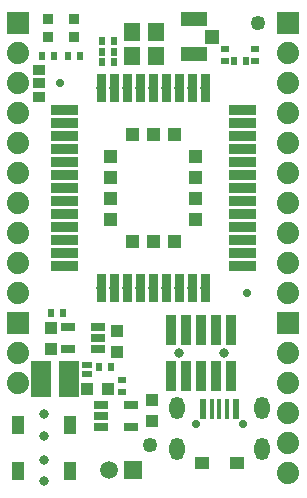
<source format=gbr>
G04 #@! TF.GenerationSoftware,KiCad,Pcbnew,6.0.0-unknown-d4e9ddc~100~ubuntu18.04.1*
G04 #@! TF.CreationDate,2019-08-02T11:15:37+03:00*
G04 #@! TF.ProjectId,NB-IoT-DevKit_Rev_B,4e422d49-6f54-42d4-9465-764b69745f52,B*
G04 #@! TF.SameCoordinates,Original*
G04 #@! TF.FileFunction,Soldermask,Top*
G04 #@! TF.FilePolarity,Negative*
%FSLAX46Y46*%
G04 Gerber Fmt 4.6, Leading zero omitted, Abs format (unit mm)*
G04 Created by KiCad (PCBNEW 6.0.0-unknown-d4e9ddc~100~ubuntu18.04.1) date 2019-08-02 11:15:37*
%MOMM*%
%LPD*%
G04 APERTURE LIST*
%ADD10R,1.001600X1.601600*%
%ADD11C,0.801600*%
%ADD12R,1.117600X0.863600*%
%ADD13R,0.863600X0.609600*%
%ADD14C,0.100000*%
%ADD15C,1.101600*%
%ADD16C,0.701600*%
%ADD17R,0.861600X2.501600*%
%ADD18C,1.879600*%
%ADD19R,1.879600X1.879600*%
%ADD20C,1.501600*%
%ADD21R,1.501600X1.501600*%
%ADD22R,1.151600X1.151600*%
%ADD23R,2.301600X1.151600*%
%ADD24R,0.601600X1.751600*%
%ADD25R,0.426600X1.751600*%
%ADD26R,1.201600X1.101600*%
%ADD27O,1.301600X1.901600*%
%ADD28R,1.701600X3.101600*%
%ADD29R,1.117600X1.117600*%
%ADD30R,0.651600X0.601600*%
%ADD31R,1.371600X1.625600*%
%ADD32R,0.601600X0.651600*%
%ADD33R,0.901600X0.901600*%
%ADD34C,1.254000*%
%ADD35R,1.301600X0.651600*%
G04 APERTURE END LIST*
D10*
X132062000Y-96266000D03*
X136416000Y-96266000D03*
D11*
X134239000Y-95366000D03*
X134239000Y-97166000D03*
D12*
X133858000Y-68453000D03*
X133858000Y-67310000D03*
X133858000Y-66167000D03*
D13*
X137922000Y-91948000D03*
X137922000Y-91186000D03*
D11*
X135975000Y-69600000D03*
D14*
G36*
X137150800Y-69199200D02*
G01*
X137150800Y-70000800D01*
X134799200Y-70000800D01*
X134799200Y-69199200D01*
X137150800Y-69199200D01*
X137150800Y-69199200D01*
G37*
D11*
X135975000Y-70700000D03*
D14*
G36*
X137150800Y-70299200D02*
G01*
X137150800Y-71100800D01*
X134799200Y-71100800D01*
X134799200Y-70299200D01*
X137150800Y-70299200D01*
X137150800Y-70299200D01*
G37*
D11*
X135975000Y-71800000D03*
D14*
G36*
X137150800Y-71399200D02*
G01*
X137150800Y-72200800D01*
X134799200Y-72200800D01*
X134799200Y-71399200D01*
X137150800Y-71399200D01*
X137150800Y-71399200D01*
G37*
D11*
X135975000Y-72900000D03*
D14*
G36*
X137150800Y-72499200D02*
G01*
X137150800Y-73300800D01*
X134799200Y-73300800D01*
X134799200Y-72499200D01*
X137150800Y-72499200D01*
X137150800Y-72499200D01*
G37*
D11*
X135975000Y-74000000D03*
D14*
G36*
X137150800Y-73599200D02*
G01*
X137150800Y-74400800D01*
X134799200Y-74400800D01*
X134799200Y-73599200D01*
X137150800Y-73599200D01*
X137150800Y-73599200D01*
G37*
D11*
X135975000Y-75100000D03*
D14*
G36*
X137150800Y-74699200D02*
G01*
X137150800Y-75500800D01*
X134799200Y-75500800D01*
X134799200Y-74699200D01*
X137150800Y-74699200D01*
X137150800Y-74699200D01*
G37*
D11*
X139110000Y-67725000D03*
D14*
G36*
X139510800Y-68900800D02*
G01*
X138709200Y-68900800D01*
X138709200Y-66549200D01*
X139510800Y-66549200D01*
X139510800Y-68900800D01*
X139510800Y-68900800D01*
G37*
D11*
X140210000Y-67725000D03*
D14*
G36*
X140610800Y-68900800D02*
G01*
X139809200Y-68900800D01*
X139809200Y-66549200D01*
X140610800Y-66549200D01*
X140610800Y-68900800D01*
X140610800Y-68900800D01*
G37*
D11*
X141310000Y-67725000D03*
D14*
G36*
X141710800Y-68900800D02*
G01*
X140909200Y-68900800D01*
X140909200Y-66549200D01*
X141710800Y-66549200D01*
X141710800Y-68900800D01*
X141710800Y-68900800D01*
G37*
D11*
X142410000Y-67725000D03*
D14*
G36*
X142810800Y-68900800D02*
G01*
X142009200Y-68900800D01*
X142009200Y-66549200D01*
X142810800Y-66549200D01*
X142810800Y-68900800D01*
X142810800Y-68900800D01*
G37*
D11*
X143510000Y-67725000D03*
D14*
G36*
X143910800Y-68900800D02*
G01*
X143109200Y-68900800D01*
X143109200Y-66549200D01*
X143910800Y-66549200D01*
X143910800Y-68900800D01*
X143910800Y-68900800D01*
G37*
D11*
X144610000Y-67725000D03*
D14*
G36*
X145010800Y-68900800D02*
G01*
X144209200Y-68900800D01*
X144209200Y-66549200D01*
X145010800Y-66549200D01*
X145010800Y-68900800D01*
X145010800Y-68900800D01*
G37*
D11*
X145710000Y-67725000D03*
D14*
G36*
X146110800Y-68900800D02*
G01*
X145309200Y-68900800D01*
X145309200Y-66549200D01*
X146110800Y-66549200D01*
X146110800Y-68900800D01*
X146110800Y-68900800D01*
G37*
D11*
X146810000Y-67725000D03*
D14*
G36*
X147210800Y-68900800D02*
G01*
X146409200Y-68900800D01*
X146409200Y-66549200D01*
X147210800Y-66549200D01*
X147210800Y-68900800D01*
X147210800Y-68900800D01*
G37*
D11*
X147910000Y-67725000D03*
D14*
G36*
X148310800Y-68900800D02*
G01*
X147509200Y-68900800D01*
X147509200Y-66549200D01*
X148310800Y-66549200D01*
X148310800Y-68900800D01*
X148310800Y-68900800D01*
G37*
D11*
X151045000Y-69600000D03*
D14*
G36*
X149869200Y-70000800D02*
G01*
X149869200Y-69199200D01*
X152220800Y-69199200D01*
X152220800Y-70000800D01*
X149869200Y-70000800D01*
X149869200Y-70000800D01*
G37*
D11*
X151045000Y-70700000D03*
D14*
G36*
X149869200Y-71100800D02*
G01*
X149869200Y-70299200D01*
X152220800Y-70299200D01*
X152220800Y-71100800D01*
X149869200Y-71100800D01*
X149869200Y-71100800D01*
G37*
D11*
X151045000Y-71800000D03*
D14*
G36*
X149869200Y-72200800D02*
G01*
X149869200Y-71399200D01*
X152220800Y-71399200D01*
X152220800Y-72200800D01*
X149869200Y-72200800D01*
X149869200Y-72200800D01*
G37*
D11*
X151045000Y-72900000D03*
D14*
G36*
X149869200Y-73300800D02*
G01*
X149869200Y-72499200D01*
X152220800Y-72499200D01*
X152220800Y-73300800D01*
X149869200Y-73300800D01*
X149869200Y-73300800D01*
G37*
D11*
X151045000Y-74000000D03*
D14*
G36*
X149869200Y-74400800D02*
G01*
X149869200Y-73599200D01*
X152220800Y-73599200D01*
X152220800Y-74400800D01*
X149869200Y-74400800D01*
X149869200Y-74400800D01*
G37*
D11*
X151045000Y-75100000D03*
D14*
G36*
X149869200Y-75500800D02*
G01*
X149869200Y-74699200D01*
X152220800Y-74699200D01*
X152220800Y-75500800D01*
X149869200Y-75500800D01*
X149869200Y-75500800D01*
G37*
D11*
X151045000Y-76200000D03*
D14*
G36*
X149869200Y-76600800D02*
G01*
X149869200Y-75799200D01*
X152220800Y-75799200D01*
X152220800Y-76600800D01*
X149869200Y-76600800D01*
X149869200Y-76600800D01*
G37*
D11*
X151045000Y-77300000D03*
D14*
G36*
X149869200Y-77700800D02*
G01*
X149869200Y-76899200D01*
X152220800Y-76899200D01*
X152220800Y-77700800D01*
X149869200Y-77700800D01*
X149869200Y-77700800D01*
G37*
D11*
X151045000Y-78400000D03*
D14*
G36*
X149869200Y-78800800D02*
G01*
X149869200Y-77999200D01*
X152220800Y-77999200D01*
X152220800Y-78800800D01*
X149869200Y-78800800D01*
X149869200Y-78800800D01*
G37*
D11*
X151045000Y-79500000D03*
D14*
G36*
X149869200Y-79900800D02*
G01*
X149869200Y-79099200D01*
X152220800Y-79099200D01*
X152220800Y-79900800D01*
X149869200Y-79900800D01*
X149869200Y-79900800D01*
G37*
D11*
X151045000Y-80600000D03*
D14*
G36*
X149869200Y-81000800D02*
G01*
X149869200Y-80199200D01*
X152220800Y-80199200D01*
X152220800Y-81000800D01*
X149869200Y-81000800D01*
X149869200Y-81000800D01*
G37*
D11*
X151045000Y-81700000D03*
D14*
G36*
X149869200Y-82100800D02*
G01*
X149869200Y-81299200D01*
X152220800Y-81299200D01*
X152220800Y-82100800D01*
X149869200Y-82100800D01*
X149869200Y-82100800D01*
G37*
D11*
X151045000Y-82800000D03*
D14*
G36*
X149869200Y-83200800D02*
G01*
X149869200Y-82399200D01*
X152220800Y-82399200D01*
X152220800Y-83200800D01*
X149869200Y-83200800D01*
X149869200Y-83200800D01*
G37*
D11*
X147910000Y-84675000D03*
D14*
G36*
X148310800Y-85850800D02*
G01*
X147509200Y-85850800D01*
X147509200Y-83499200D01*
X148310800Y-83499200D01*
X148310800Y-85850800D01*
X148310800Y-85850800D01*
G37*
D11*
X146810000Y-84675000D03*
D14*
G36*
X147210800Y-85850800D02*
G01*
X146409200Y-85850800D01*
X146409200Y-83499200D01*
X147210800Y-83499200D01*
X147210800Y-85850800D01*
X147210800Y-85850800D01*
G37*
D11*
X145710000Y-84675000D03*
D14*
G36*
X146110800Y-85850800D02*
G01*
X145309200Y-85850800D01*
X145309200Y-83499200D01*
X146110800Y-83499200D01*
X146110800Y-85850800D01*
X146110800Y-85850800D01*
G37*
D11*
X144610000Y-84675000D03*
D14*
G36*
X145010800Y-85850800D02*
G01*
X144209200Y-85850800D01*
X144209200Y-83499200D01*
X145010800Y-83499200D01*
X145010800Y-85850800D01*
X145010800Y-85850800D01*
G37*
D11*
X143510000Y-84675000D03*
D14*
G36*
X143910800Y-85850800D02*
G01*
X143109200Y-85850800D01*
X143109200Y-83499200D01*
X143910800Y-83499200D01*
X143910800Y-85850800D01*
X143910800Y-85850800D01*
G37*
D11*
X142410000Y-84675000D03*
D14*
G36*
X142810800Y-85850800D02*
G01*
X142009200Y-85850800D01*
X142009200Y-83499200D01*
X142810800Y-83499200D01*
X142810800Y-85850800D01*
X142810800Y-85850800D01*
G37*
D11*
X141310000Y-84675000D03*
D14*
G36*
X141710800Y-85850800D02*
G01*
X140909200Y-85850800D01*
X140909200Y-83499200D01*
X141710800Y-83499200D01*
X141710800Y-85850800D01*
X141710800Y-85850800D01*
G37*
D11*
X135975000Y-76200000D03*
D14*
G36*
X134799200Y-76600800D02*
G01*
X134799200Y-75799200D01*
X137150800Y-75799200D01*
X137150800Y-76600800D01*
X134799200Y-76600800D01*
X134799200Y-76600800D01*
G37*
D11*
X135975000Y-77300000D03*
D14*
G36*
X134799200Y-77700800D02*
G01*
X134799200Y-76899200D01*
X137150800Y-76899200D01*
X137150800Y-77700800D01*
X134799200Y-77700800D01*
X134799200Y-77700800D01*
G37*
D11*
X135975000Y-78400000D03*
D14*
G36*
X134799200Y-78800800D02*
G01*
X134799200Y-77999200D01*
X137150800Y-77999200D01*
X137150800Y-78800800D01*
X134799200Y-78800800D01*
X134799200Y-78800800D01*
G37*
D11*
X135975000Y-79500000D03*
D14*
G36*
X134799200Y-79900800D02*
G01*
X134799200Y-79099200D01*
X137150800Y-79099200D01*
X137150800Y-79900800D01*
X134799200Y-79900800D01*
X134799200Y-79900800D01*
G37*
D11*
X135975000Y-80600000D03*
D14*
G36*
X134799200Y-81000800D02*
G01*
X134799200Y-80199200D01*
X137150800Y-80199200D01*
X137150800Y-81000800D01*
X134799200Y-81000800D01*
X134799200Y-81000800D01*
G37*
D11*
X135975000Y-81700000D03*
D14*
G36*
X134799200Y-82100800D02*
G01*
X134799200Y-81299200D01*
X137150800Y-81299200D01*
X137150800Y-82100800D01*
X134799200Y-82100800D01*
X134799200Y-82100800D01*
G37*
D11*
X135975000Y-82800000D03*
D14*
G36*
X134799200Y-83200800D02*
G01*
X134799200Y-82399200D01*
X137150800Y-82399200D01*
X137150800Y-83200800D01*
X134799200Y-83200800D01*
X134799200Y-83200800D01*
G37*
D11*
X139110000Y-84675000D03*
D14*
G36*
X139510800Y-85850800D02*
G01*
X138709200Y-85850800D01*
X138709200Y-83499200D01*
X139510800Y-83499200D01*
X139510800Y-85850800D01*
X139510800Y-85850800D01*
G37*
D11*
X140210000Y-84675000D03*
D14*
G36*
X140610800Y-85850800D02*
G01*
X139809200Y-85850800D01*
X139809200Y-83499200D01*
X140610800Y-83499200D01*
X140610800Y-85850800D01*
X140610800Y-85850800D01*
G37*
D15*
X139910000Y-73500000D03*
D14*
G36*
X140460800Y-72949200D02*
G01*
X140460800Y-74050800D01*
X139359200Y-74050800D01*
X139359200Y-72949200D01*
X140460800Y-72949200D01*
X140460800Y-72949200D01*
G37*
D15*
X139910000Y-75300000D03*
D14*
G36*
X140460800Y-74749200D02*
G01*
X140460800Y-75850800D01*
X139359200Y-75850800D01*
X139359200Y-74749200D01*
X140460800Y-74749200D01*
X140460800Y-74749200D01*
G37*
D15*
X139910000Y-77100000D03*
D14*
G36*
X140460800Y-76549200D02*
G01*
X140460800Y-77650800D01*
X139359200Y-77650800D01*
X139359200Y-76549200D01*
X140460800Y-76549200D01*
X140460800Y-76549200D01*
G37*
D15*
X139910000Y-78900000D03*
D14*
G36*
X140460800Y-78349200D02*
G01*
X140460800Y-79450800D01*
X139359200Y-79450800D01*
X139359200Y-78349200D01*
X140460800Y-78349200D01*
X140460800Y-78349200D01*
G37*
D15*
X141710000Y-80700000D03*
D14*
G36*
X142260800Y-80149200D02*
G01*
X142260800Y-81250800D01*
X141159200Y-81250800D01*
X141159200Y-80149200D01*
X142260800Y-80149200D01*
X142260800Y-80149200D01*
G37*
D15*
X143510000Y-80700000D03*
D14*
G36*
X144060800Y-80149200D02*
G01*
X144060800Y-81250800D01*
X142959200Y-81250800D01*
X142959200Y-80149200D01*
X144060800Y-80149200D01*
X144060800Y-80149200D01*
G37*
D15*
X145310000Y-80700000D03*
D14*
G36*
X145860800Y-80149200D02*
G01*
X145860800Y-81250800D01*
X144759200Y-81250800D01*
X144759200Y-80149200D01*
X145860800Y-80149200D01*
X145860800Y-80149200D01*
G37*
D15*
X147110000Y-78900000D03*
D14*
G36*
X147660800Y-78349200D02*
G01*
X147660800Y-79450800D01*
X146559200Y-79450800D01*
X146559200Y-78349200D01*
X147660800Y-78349200D01*
X147660800Y-78349200D01*
G37*
D15*
X147110000Y-77100000D03*
D14*
G36*
X147660800Y-76549200D02*
G01*
X147660800Y-77650800D01*
X146559200Y-77650800D01*
X146559200Y-76549200D01*
X147660800Y-76549200D01*
X147660800Y-76549200D01*
G37*
D15*
X147110000Y-75300000D03*
D14*
G36*
X147660800Y-74749200D02*
G01*
X147660800Y-75850800D01*
X146559200Y-75850800D01*
X146559200Y-74749200D01*
X147660800Y-74749200D01*
X147660800Y-74749200D01*
G37*
D15*
X147110000Y-73500000D03*
D14*
G36*
X147660800Y-72949200D02*
G01*
X147660800Y-74050800D01*
X146559200Y-74050800D01*
X146559200Y-72949200D01*
X147660800Y-72949200D01*
X147660800Y-72949200D01*
G37*
D15*
X145310000Y-71700000D03*
D14*
G36*
X145860800Y-71149200D02*
G01*
X145860800Y-72250800D01*
X144759200Y-72250800D01*
X144759200Y-71149200D01*
X145860800Y-71149200D01*
X145860800Y-71149200D01*
G37*
D15*
X143510000Y-71700000D03*
D14*
G36*
X144060800Y-71149200D02*
G01*
X144060800Y-72250800D01*
X142959200Y-72250800D01*
X142959200Y-71149200D01*
X144060800Y-71149200D01*
X144060800Y-71149200D01*
G37*
D15*
X141710000Y-71700000D03*
D14*
G36*
X142260800Y-71149200D02*
G01*
X142260800Y-72250800D01*
X141159200Y-72250800D01*
X141159200Y-71149200D01*
X142260800Y-71149200D01*
X142260800Y-71149200D01*
G37*
D16*
X135560000Y-67350000D03*
X151460000Y-85050000D03*
D11*
X145669000Y-90170000D03*
X149479000Y-90170000D03*
D17*
X146304000Y-88219500D03*
X147574000Y-88219500D03*
X150114000Y-88219500D03*
X148844000Y-88219500D03*
X145034000Y-88219500D03*
X150114000Y-92120500D03*
X148844000Y-92120500D03*
X147574000Y-92120500D03*
X146304000Y-92120500D03*
X145034000Y-92120500D03*
D18*
X154940000Y-69850000D03*
X154940000Y-67310000D03*
X154940000Y-64770000D03*
D19*
X154940000Y-62230000D03*
D18*
X154940000Y-72390000D03*
X154940000Y-74930000D03*
X154940000Y-80010000D03*
X154940000Y-77470000D03*
X154940000Y-82550000D03*
X154940000Y-85090000D03*
X154940000Y-95250000D03*
X154940000Y-92710000D03*
X154940000Y-90170000D03*
D19*
X154940000Y-87630000D03*
D18*
X154940000Y-97790000D03*
X154940000Y-100330000D03*
X132080000Y-92710000D03*
X132080000Y-90170000D03*
D19*
X132080000Y-87630000D03*
D18*
X132080000Y-69850000D03*
X132080000Y-67310000D03*
X132080000Y-64770000D03*
D19*
X132080000Y-62230000D03*
D18*
X132080000Y-72390000D03*
X132080000Y-74930000D03*
X132080000Y-80010000D03*
X132080000Y-77470000D03*
X132080000Y-82550000D03*
X132080000Y-85090000D03*
D20*
X139715240Y-100058220D03*
D21*
X141744700Y-100055680D03*
D22*
X148439000Y-63373000D03*
D23*
X146939000Y-61873000D03*
X146939000Y-64873000D03*
D24*
X147710500Y-94894000D03*
D25*
X148448000Y-94894000D03*
X149098000Y-94894000D03*
X149748000Y-94894000D03*
D24*
X150485500Y-94894000D03*
D16*
X147098000Y-96144000D03*
X151098000Y-96144000D03*
D26*
X147598000Y-99444000D03*
X150598000Y-99444000D03*
D27*
X145498000Y-98294000D03*
X145498000Y-94824000D03*
X152698000Y-94824000D03*
X152698000Y-98294000D03*
D28*
X136391500Y-92329000D03*
X133991500Y-92329000D03*
D29*
X143383000Y-94107000D03*
X143383000Y-95885000D03*
X139700000Y-93218000D03*
X137922000Y-93218000D03*
D30*
X149606000Y-65405000D03*
X149606000Y-64389000D03*
X152146000Y-65405000D03*
X152146000Y-64389000D03*
D31*
X143763999Y-65024000D03*
X141731999Y-65024000D03*
X143764000Y-62992000D03*
X141732000Y-62992000D03*
D32*
X139192001Y-65532000D03*
X140208001Y-65532000D03*
X139192000Y-64643001D03*
X140208000Y-64643001D03*
X139192000Y-63754000D03*
X140208000Y-63754000D03*
D29*
X140462000Y-88265000D03*
X140462000Y-90043000D03*
X134874000Y-88011000D03*
X134874000Y-89789000D03*
D33*
X134620000Y-63373000D03*
X134620000Y-61849000D03*
D34*
X152400000Y-62230000D03*
X143256000Y-97917000D03*
D32*
X150368000Y-65405000D03*
X151384000Y-65405000D03*
D33*
X136779000Y-63373000D03*
X136779000Y-61849000D03*
D10*
X132062000Y-100139500D03*
X136416000Y-100139500D03*
D11*
X134239000Y-99239500D03*
X134239000Y-101039500D03*
D32*
X135128000Y-65024000D03*
X134112000Y-65024000D03*
X138938000Y-91376500D03*
X139954000Y-91376500D03*
D30*
X140843000Y-93472000D03*
X140843000Y-92456000D03*
D32*
X137287000Y-65024000D03*
X136271000Y-65024000D03*
X134874000Y-86741000D03*
X135890000Y-86741000D03*
D35*
X139035000Y-94554000D03*
X139035000Y-95504000D03*
X139035000Y-96454000D03*
X141635000Y-94554000D03*
X141635000Y-96454000D03*
X138841000Y-89850000D03*
X138841000Y-88900000D03*
X138841000Y-87950000D03*
X136241000Y-89850000D03*
X136241000Y-87950000D03*
M02*

</source>
